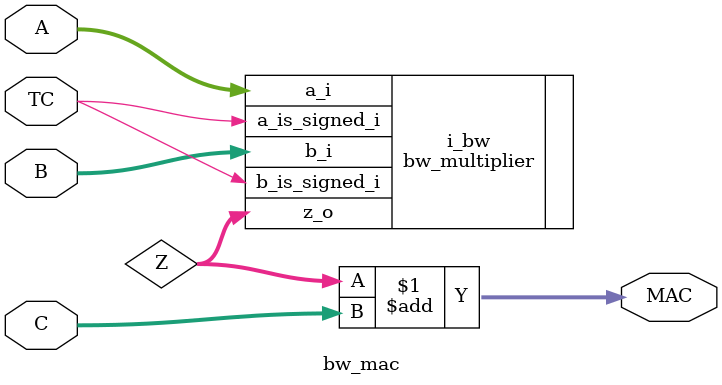
<source format=sv>

/******************************************************************************
 *
 * Bw multiplier wrapper with accumulator
 *
 ******************************************************************************/

module bw_mac #(
    parameter A_width = 8,
    parameter B_width = 8
) (
    input  wire [        A_width-1:0] A,
    input  wire [        B_width-1:0] B,
    input  wire [A_width+B_width-1:0] C,
    input  wire                       TC,
    output wire [A_width+B_width-1:0] MAC
);
  wire [A_width+B_width-1:0] Z;

  bw_multiplier #(
      .NBitsA(A_width),
      .NBitsB(B_width)
  ) i_bw (
      .a_i(A),
      .a_is_signed_i(TC),
      .b_i(B),
      .b_is_signed_i(TC),
      .z_o(Z)
  );

  assign MAC = Z + C;
endmodule

</source>
